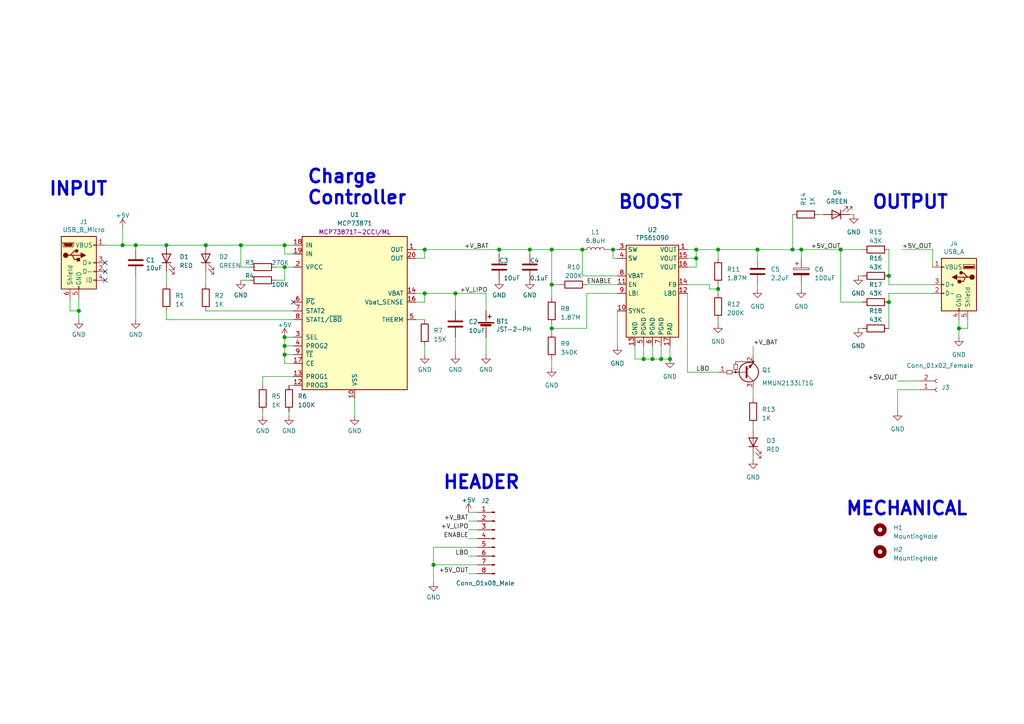
<source format=kicad_sch>
(kicad_sch (version 20210406) (generator eeschema)
  (paper "A4")
  (title_block (title "Adafruit PowerBoost 1000C") (date "2021-06-14") (comment 1 "Drawn by: Hemal Chevli(@hemalchevli)"))
  (lib_symbols
    (symbol "Adafruit-PowerBoost-1000C-rescue:Conn_01x08_Male-Connector" (pin_names (offset 1.016) hide)
      (property "Reference" "J" (at 0 10.16 0))
      (property "Value" "Conn_01x08_Male-Connector" (at 0 -12.7 0))
      (symbol "Conn_01x08_Male-Connector_1_1"
        (rectangle (start 0.8636 -10.033) (end 0 -10.287) (stroke (width 0.1524)) (fill (type outline)))
        (rectangle (start 0.8636 -7.493) (end 0 -7.747) (stroke (width 0.1524)) (fill (type outline)))
        (rectangle (start 0.8636 -4.953) (end 0 -5.207) (stroke (width 0.1524)) (fill (type outline)))
        (rectangle (start 0.8636 -2.413) (end 0 -2.667) (stroke (width 0.1524)) (fill (type outline)))
        (rectangle (start 0.8636 0.127) (end 0 -0.127) (stroke (width 0.1524)) (fill (type outline)))
        (rectangle (start 0.8636 2.667) (end 0 2.413) (stroke (width 0.1524)) (fill (type outline)))
        (rectangle (start 0.8636 5.207) (end 0 4.953) (stroke (width 0.1524)) (fill (type outline)))
        (rectangle (start 0.8636 7.747) (end 0 7.493) (stroke (width 0.1524)) (fill (type outline)))
        (polyline (pts (xy 1.27 -10.16) (xy 0.8636 -10.16)) (stroke (width 0.1524)))
        (polyline (pts (xy 1.27 -7.62) (xy 0.8636 -7.62)) (stroke (width 0.1524)))
        (polyline (pts (xy 1.27 -5.08) (xy 0.8636 -5.08)) (stroke (width 0.1524)))
        (polyline (pts (xy 1.27 -2.54) (xy 0.8636 -2.54)) (stroke (width 0.1524)))
        (polyline (pts (xy 1.27 0) (xy 0.8636 0)) (stroke (width 0.1524)))
        (polyline (pts (xy 1.27 2.54) (xy 0.8636 2.54)) (stroke (width 0.1524)))
        (polyline (pts (xy 1.27 5.08) (xy 0.8636 5.08)) (stroke (width 0.1524)))
        (polyline (pts (xy 1.27 7.62) (xy 0.8636 7.62)) (stroke (width 0.1524)))
        (pin passive line (at 5.08 7.62 180) (length 3.81) (name "Pin_1") (number "1"))
        (pin passive line (at 5.08 5.08 180) (length 3.81) (name "Pin_2") (number "2"))
        (pin passive line (at 5.08 2.54 180) (length 3.81) (name "Pin_3") (number "3"))
        (pin passive line (at 5.08 0 180) (length 3.81) (name "Pin_4") (number "4"))
        (pin passive line (at 5.08 -2.54 180) (length 3.81) (name "Pin_5") (number "5"))
        (pin passive line (at 5.08 -5.08 180) (length 3.81) (name "Pin_6") (number "6"))
        (pin passive line (at 5.08 -7.62 180) (length 3.81) (name "Pin_7") (number "7"))
        (pin passive line (at 5.08 -10.16 180) (length 3.81) (name "Pin_8") (number "8"))
      )
    )
    (symbol "Adafruit-PowerBoost-1000C-rescue:TPS61090-Regulator_Switching"
      (property "Reference" "U" (at -7.62 15.24 0))
      (property "Value" "TPS61090-Regulator_Switching" (at 1.27 15.24 0))
      (symbol "TPS61090-Regulator_Switching_0_0"
        (pin power_out line (at 10.16 12.7 180) (length 2.54) (name "VOUT") (number "1"))
        (pin input line (at -10.16 -5.08 0) (length 2.54) (name "SYNC") (number "10"))
        (pin input line (at -10.16 2.54 0) (length 2.54) (name "EN") (number "11"))
        (pin open_collector line (at 10.16 0 180) (length 2.54) (name "LBO") (number "12"))
        (pin power_in line (at -5.08 -15.24 90) (length 2.54) (name "GND") (number "13"))
        (pin input line (at 10.16 2.54 180) (length 2.54) (name "FB") (number "14"))
        (pin passive line (at 10.16 10.16 180) (length 2.54) (name "VOUT") (number "15"))
        (pin passive line (at 10.16 7.62 180) (length 2.54) (name "VOUT") (number "16"))
        (pin power_in line (at 5.08 -15.24 90) (length 2.54) (name "PAD") (number "17"))
        (pin no_connect line (at 10.16 -5.08 180) (length 2.54) hide (name "NC") (number "2"))
        (pin passive line (at -10.16 12.7 0) (length 2.54) (name "SW") (number "3"))
        (pin passive line (at -10.16 10.16 0) (length 2.54) (name "SW") (number "4"))
        (pin power_in line (at -2.54 -15.24 90) (length 2.54) (name "PGND") (number "5"))
        (pin power_in line (at 0 -15.24 90) (length 2.54) (name "PGND") (number "6"))
        (pin power_in line (at 2.54 -15.24 90) (length 2.54) (name "PGND") (number "7"))
        (pin power_in line (at -10.16 5.08 0) (length 2.54) (name "VBAT") (number "8"))
        (pin input line (at -10.16 0 0) (length 2.54) (name "LBI") (number "9"))
      )
      (symbol "TPS61090-Regulator_Switching_0_1"
        (rectangle (start -7.62 13.97) (end 7.62 -12.7) (stroke (width 0.254)) (fill (type background)))
      )
    )
    (symbol "Adafruit-PowerBoost-1000C-rescue:USB_A-Connector" (pin_names (offset 1.016))
      (property "Reference" "J" (at -5.08 11.43 0))
      (property "Value" "USB_A-Connector" (at -5.08 8.89 0))
      (symbol "USB_A-Connector_0_1"
        (circle (center -3.81 2.159) (radius 0.635) (stroke (width 0.254)) (fill (type outline)))
        (circle (center -0.635 3.429) (radius 0.381) (stroke (width 0.254)) (fill (type outline)))
        (rectangle (start -1.27 4.572) (end -4.572 5.842))
        (rectangle (start -0.127 -7.62) (end 0.127 -6.858))
        (rectangle (start 5.08 -2.667) (end 4.318 -2.413))
        (rectangle (start 5.08 -0.127) (end 4.318 0.127))
        (rectangle (start 5.08 4.953) (end 4.318 5.207))
        (rectangle (start -1.524 4.826) (end -4.318 5.334) (fill (type outline)))
        (rectangle (start 0.254 1.27) (end -0.508 0.508) (stroke (width 0.254)) (fill (type outline)))
        (rectangle (start -5.08 -7.62) (end 5.08 7.62) (stroke (width 0.254)) (fill (type background)))
        (polyline (pts (xy -3.175 2.159) (xy -2.54 2.159) (xy -1.27 3.429) (xy -0.635 3.429)) (stroke (width 0.254)))
        (polyline (pts (xy -2.54 2.159) (xy -1.905 2.159) (xy -1.27 0.889) (xy 0 0.889)) (stroke (width 0.254)))
        (polyline (pts (xy 0.635 2.794) (xy 0.635 1.524) (xy 1.905 2.159) (xy 0.635 2.794)) (stroke (width 0.254)) (fill (type outline)))
      )
      (symbol "USB_A-Connector_1_1"
        (polyline (pts (xy -1.905 2.159) (xy 0.635 2.159)) (stroke (width 0.254)))
        (pin power_in line (at 7.62 5.08 180) (length 2.54) (name "VBUS") (number "1"))
        (pin passive line (at 7.62 -2.54 180) (length 2.54) (name "D-") (number "2"))
        (pin passive line (at 7.62 0 180) (length 2.54) (name "D+") (number "3"))
        (pin power_in line (at 0 -10.16 90) (length 2.54) (name "GND") (number "4"))
        (pin passive line (at -2.54 -10.16 90) (length 2.54) (name "Shield") (number "5"))
      )
    )
    (symbol "Adafruit-PowerBoost-1000C-rescue:USB_B_Micro-Connector" (pin_names (offset 1.016))
      (property "Reference" "J" (at -5.08 11.43 0))
      (property "Value" "USB_B_Micro-Connector" (at -5.08 8.89 0))
      (symbol "USB_B_Micro-Connector_0_1"
        (circle (center -3.81 2.159) (radius 0.635) (stroke (width 0.254)) (fill (type outline)))
        (circle (center -0.635 3.429) (radius 0.381) (stroke (width 0.254)) (fill (type outline)))
        (rectangle (start -0.127 -7.62) (end 0.127 -6.858))
        (rectangle (start 5.08 -5.207) (end 4.318 -4.953))
        (rectangle (start 5.08 -2.667) (end 4.318 -2.413))
        (rectangle (start 5.08 -0.127) (end 4.318 0.127))
        (rectangle (start 5.08 4.953) (end 4.318 5.207))
        (rectangle (start 0.254 1.27) (end -0.508 0.508) (stroke (width 0.254)) (fill (type outline)))
        (rectangle (start -5.08 -7.62) (end 5.08 7.62) (stroke (width 0.254)) (fill (type background)))
        (polyline (pts (xy -1.905 2.159) (xy 0.635 2.159)) (stroke (width 0.254)))
        (polyline (pts (xy -3.175 2.159) (xy -2.54 2.159) (xy -1.27 3.429) (xy -0.635 3.429)) (stroke (width 0.254)))
        (polyline (pts (xy -2.54 2.159) (xy -1.905 2.159) (xy -1.27 0.889) (xy 0 0.889)) (stroke (width 0.254)))
        (polyline (pts (xy -4.699 5.842) (xy -4.699 5.588) (xy -4.445 4.826) (xy -4.445 4.572) (xy -1.651 4.572) (xy -1.651 4.826) (xy -1.397 5.588) (xy -1.397 5.842) (xy -4.699 5.842)))
        (polyline (pts (xy 0.635 2.794) (xy 0.635 1.524) (xy 1.905 2.159) (xy 0.635 2.794)) (stroke (width 0.254)) (fill (type outline)))
        (polyline (pts (xy -4.318 5.588) (xy -1.778 5.588) (xy -2.032 4.826) (xy -4.064 4.826) (xy -4.318 5.588)) (fill (type outline)))
      )
      (symbol "USB_B_Micro-Connector_1_1"
        (pin power_out line (at 7.62 5.08 180) (length 2.54) (name "VBUS") (number "1"))
        (pin passive line (at 7.62 -2.54 180) (length 2.54) (name "D-") (number "2"))
        (pin passive line (at 7.62 0 180) (length 2.54) (name "D+") (number "3"))
        (pin passive line (at 7.62 -5.08 180) (length 2.54) (name "ID") (number "4"))
        (pin power_out line (at 0 -10.16 90) (length 2.54) (name "GND") (number "5"))
        (pin passive line (at -2.54 -10.16 90) (length 2.54) (name "Shield") (number "6"))
      )
    )
    (symbol "Adafruit-PowerBoost-1000C:MCP73871" (pin_names (offset 1.016))
      (property "Reference" "U" (at -15.24 25.4 0))
      (property "Value" "MCP73871" (at 5.08 -21.59 0))
      (property "manf#" "MCP73871T-2CCI/ML" (at 0 0 0))
      (symbol "MCP73871_0_1"
        (rectangle (start -15.24 24.13) (end 15.24 -20.32) (stroke (width 0.254)) (fill (type background)))
      )
      (symbol "MCP73871_1_1"
        (pin power_out line (at 17.78 20.32 180) (length 2.54) (name "OUT") (number "1"))
        (pin power_in line (at 0 -22.86 90) (length 2.54) (name "VSS") (number "10"))
        (pin passive line (at 0 -22.86 90) (length 2.54) hide (name "VSS") (number "11"))
        (pin bidirectional line (at -17.78 -19.05 0) (length 2.54) (name "PROG3") (number "12"))
        (pin bidirectional line (at -17.78 -16.51 0) (length 2.54) (name "PROG1") (number "13"))
        (pin power_out line (at 17.78 7.62 180) (length 2.54) (name "VBAT") (number "14"))
        (pin passive line (at 17.78 7.62 180) (length 2.54) hide (name "VBAT") (number "15"))
        (pin input line (at 17.78 5.08 180) (length 2.54) (name "Vbat_SENSE") (number "16"))
        (pin input line (at -17.78 -12.7 0) (length 2.54) (name "CE") (number "17"))
        (pin power_in line (at -17.78 21.59 0) (length 2.54) (name "IN") (number "18"))
        (pin passive line (at -17.78 19.05 0) (length 2.54) (name "IN") (number "19"))
        (pin input line (at -17.78 15.24 0) (length 2.54) (name "VPCC") (number "2"))
        (pin passive line (at 17.78 17.78 180) (length 2.54) (name "OUT") (number "20"))
        (pin passive line (at 0 -22.86 90) (length 2.54) hide (name "VSS") (number "21"))
        (pin input line (at -17.78 -5.08 0) (length 2.54) (name "SEL") (number "3"))
        (pin input line (at -17.78 -7.62 0) (length 2.54) (name "PROG2") (number "4"))
        (pin bidirectional line (at 17.78 0 180) (length 2.54) (name "THERM") (number "5"))
        (pin open_collector line (at -17.78 5.08 0) (length 2.54) (name "~PG~") (number "6"))
        (pin open_collector line (at -17.78 2.54 0) (length 2.54) (name "STAT2") (number "7"))
        (pin open_collector line (at -17.78 0 0) (length 2.54) (name "STAT1/~LBO~") (number "8"))
        (pin input line (at -17.78 -10.16 0) (length 2.54) (name "~TE") (number "9"))
      )
    )
    (symbol "Adafruit-PowerBoost-1000C:MMUN2133LT1G" (pin_names hide)
      (property "Reference" "Q" (at 3.81 1.27 0))
      (property "Value" "MMUN2133LT1G" (at 3.81 -1.27 0))
      (symbol "MMUN2133LT1G_0_1"
        (circle (center -3.81 0) (radius 0.254) (fill (type outline)))
        (circle (center 1.27 -3.048) (radius 0.254) (fill (type outline)))
        (rectangle (start -6.35 0.508) (end -4.826 -0.508))
        (rectangle (start -4.318 -2.286) (end -3.302 -0.762))
        (polyline (pts (xy -3.81 -0.762) (xy -3.81 0)))
        (polyline (pts (xy -0.762 0) (xy -4.826 0)))
        (polyline (pts (xy -0.635 1.524) (xy -0.635 -1.524)) (stroke (width 0.508)))
        (polyline (pts (xy -3.81 -2.286) (xy -3.81 -3.048) (xy 1.27 -3.048)))
      )
      (symbol "MMUN2133LT1G_1_1"
        (circle (center 0 0) (radius 2.8194) (stroke (width 0.254)))
        (polyline (pts (xy -0.635 0.635) (xy 1.27 2.54)))
        (polyline (pts (xy -0.635 -0.635) (xy 1.27 -2.54) (xy 1.27 -2.54)))
        (polyline (pts (xy 0 -1.778) (xy 0.508 -1.27) (xy 1.016 -2.286) (xy 0 -1.778) (xy 0 -1.778)) (fill (type outline)))
        (pin input line (at -8.89 0 0) (length 2.54) (name "B") (number "1"))
        (pin passive line (at 1.27 -5.08 90) (length 2.54) (name "E") (number "2"))
        (pin passive line (at 1.27 5.08 270) (length 2.54) (name "C") (number "3"))
      )
    )
    (symbol "Asset-cache:GND" (power) (pin_names (offset 0))
      (property "Value" "GND" (at 0 -3.81 0))
      (symbol "GND_0_1"
        (polyline (pts (xy 0 0) (xy 0 -1.27) (xy 1.27 -1.27) (xy 0 -2.54) (xy -1.27 -1.27) (xy 0 -1.27)))
      )
      (symbol "GND_1_1"
        (pin power_in line (at 0 0 270) (length 0) hide (name "GND") (number "1"))
      )
    )
    (symbol "Asset-cache:L" (pin_numbers hide) (pin_names (offset 1.016) hide)
      (property "Reference" "L" (at -1.27 0 90))
      (property "Value" "L" (at 1.905 0 90))
      (symbol "L_0_1"
        (arc (start 0 -2.54) (end 0 -1.27) (radius (at 0 -1.905) (length 0.635) (angles -89.9 89.9)))
        (arc (start 0 -1.27) (end 0 0) (radius (at 0 -0.635) (length 0.635) (angles -89.9 89.9)))
        (arc (start 0 0) (end 0 1.27) (radius (at 0 0.635) (length 0.635) (angles -89.9 89.9)))
        (arc (start 0 1.27) (end 0 2.54) (radius (at 0 1.905) (length 0.635) (angles -89.9 89.9)))
      )
      (symbol "L_1_1"
        (pin passive line (at 0 3.81 270) (length 1.27) (name "1") (number "1"))
        (pin passive line (at 0 -3.81 90) (length 1.27) (name "2") (number "2"))
      )
    )
    (symbol "Asset-cache:R" (pin_numbers hide) (pin_names (offset 0))
      (property "Reference" "R" (at 2.032 0 90))
      (property "Value" "R" (at 0 0 90))
      (symbol "R_0_1"
        (rectangle (start -1.016 -2.54) (end 1.016 2.54) (stroke (width 0.254)))
      )
      (symbol "R_1_1"
        (pin passive line (at 0 3.81 270) (length 1.27) (name "~") (number "1"))
        (pin passive line (at 0 -3.81 90) (length 1.27) (name "~") (number "2"))
      )
    )
    (symbol "Connector:Conn_01x02_Female" (pin_names (offset 1.016) hide)
      (property "Reference" "J" (at 0 2.54 0))
      (property "Value" "Conn_01x02_Female" (at 0 -5.08 0))
      (symbol "Conn_01x02_Female_1_1"
        (arc (start 0 -2.032) (end 0 -3.048) (radius (at 0 -2.54) (length 0.508) (angles 90.1 -90.1)) (stroke (width 0.1524)))
        (arc (start 0 0.508) (end 0 -0.508) (radius (at 0 0) (length 0.508) (angles 90.1 -90.1)) (stroke (width 0.1524)))
        (polyline (pts (xy -1.27 -2.54) (xy -0.508 -2.54)) (stroke (width 0.1524)))
        (polyline (pts (xy -1.27 0) (xy -0.508 0)) (stroke (width 0.1524)))
        (pin passive line (at -5.08 0 0) (length 3.81) (name "Pin_1") (number "1"))
        (pin passive line (at -5.08 -2.54 0) (length 3.81) (name "Pin_2") (number "2"))
      )
    )
    (symbol "Device:Battery_Cell" (pin_numbers hide) (pin_names (offset 0) hide)
      (property "Reference" "BT" (at 2.54 2.54 0))
      (property "Value" "Battery_Cell" (at 2.54 0 0))
      (symbol "Battery_Cell_0_1"
        (rectangle (start -2.286 1.778) (end 2.286 1.524) (fill (type outline)))
        (rectangle (start -1.5748 1.1938) (end 1.4732 0.6858) (fill (type outline)))
        (polyline (pts (xy 0 0.762) (xy 0 0)))
        (polyline (pts (xy 0 1.778) (xy 0 2.54)))
        (polyline (pts (xy 0.508 3.429) (xy 1.524 3.429)) (stroke (width 0.254)))
        (polyline (pts (xy 1.016 3.937) (xy 1.016 2.921)) (stroke (width 0.254)))
      )
      (symbol "Battery_Cell_1_1"
        (pin passive line (at 0 5.08 270) (length 2.54) (name "+") (number "1"))
        (pin passive line (at 0 -2.54 90) (length 2.54) (name "-") (number "2"))
      )
    )
    (symbol "Device:C" (pin_numbers hide) (pin_names (offset 0.254))
      (property "Reference" "C" (at 0.635 2.54 0))
      (property "Value" "C" (at 0.635 -2.54 0))
      (symbol "C_0_1"
        (polyline (pts (xy -2.032 -0.762) (xy 2.032 -0.762)) (stroke (width 0.508)))
        (polyline (pts (xy -2.032 0.762) (xy 2.032 0.762)) (stroke (width 0.508)))
      )
      (symbol "C_1_1"
        (pin passive line (at 0 3.81 270) (length 2.794) (name "~") (number "1"))
        (pin passive line (at 0 -3.81 90) (length 2.794) (name "~") (number "2"))
      )
    )
    (symbol "Device:C_Polarized" (pin_numbers hide) (pin_names (offset 0.254))
      (property "Reference" "C" (at 0.635 2.54 0))
      (property "Value" "C_Polarized" (at 0.635 -2.54 0))
      (symbol "C_Polarized_0_1"
        (rectangle (start -2.286 0.508) (end 2.286 1.016))
        (rectangle (start 2.286 -0.508) (end -2.286 -1.016) (fill (type outline)))
        (polyline (pts (xy -1.778 2.286) (xy -0.762 2.286)))
        (polyline (pts (xy -1.27 2.794) (xy -1.27 1.778)))
      )
      (symbol "C_Polarized_1_1"
        (pin passive line (at 0 3.81 270) (length 2.794) (name "~") (number "1"))
        (pin passive line (at 0 -3.81 90) (length 2.794) (name "~") (number "2"))
      )
    )
    (symbol "Device:LED" (pin_numbers hide) (pin_names (offset 1.016) hide)
      (property "Reference" "D" (at 0 2.54 0))
      (property "Value" "LED" (at 0 -2.54 0))
      (symbol "LED_0_1"
        (polyline (pts (xy -1.27 -1.27) (xy -1.27 1.27)) (stroke (width 0.254)))
        (polyline (pts (xy -1.27 0) (xy 1.27 0)))
        (polyline (pts (xy 1.27 -1.27) (xy 1.27 1.27) (xy -1.27 0) (xy 1.27 -1.27)) (stroke (width 0.254)))
        (polyline (pts (xy -3.048 -0.762) (xy -4.572 -2.286) (xy -3.81 -2.286) (xy -4.572 -2.286) (xy -4.572 -1.524)))
        (polyline (pts (xy -1.778 -0.762) (xy -3.302 -2.286) (xy -2.54 -2.286) (xy -3.302 -2.286) (xy -3.302 -1.524)))
      )
      (symbol "LED_1_1"
        (pin passive line (at -3.81 0 0) (length 2.54) (name "K") (number "1"))
        (pin passive line (at 3.81 0 180) (length 2.54) (name "A") (number "2"))
      )
    )
    (symbol "Device:R" (pin_numbers hide) (pin_names (offset 0))
      (property "Reference" "R" (at 2.032 0 90))
      (property "Value" "R" (at 0 0 90))
      (symbol "R_0_1"
        (rectangle (start -1.016 -2.54) (end 1.016 2.54) (stroke (width 0.254)))
      )
      (symbol "R_1_1"
        (pin passive line (at 0 3.81 270) (length 1.27) (name "~") (number "1"))
        (pin passive line (at 0 -3.81 90) (length 1.27) (name "~") (number "2"))
      )
    )
    (symbol "Mechanical:MountingHole" (pin_names (offset 1.016))
      (property "Reference" "H" (at 0 5.08 0))
      (property "Value" "MountingHole" (at 0 3.175 0))
      (symbol "MountingHole_0_1"
        (circle (center 0 0) (radius 1.27) (stroke (width 1.27)))
      )
    )
    (symbol "power:+5V" (power) (pin_names (offset 0))
      (property "Value" "+5V" (at 0 3.556 0))
      (symbol "+5V_0_1"
        (polyline (pts (xy -0.762 1.27) (xy 0 2.54)))
        (polyline (pts (xy 0 0) (xy 0 2.54)))
        (polyline (pts (xy 0 2.54) (xy 0.762 1.27)))
      )
      (symbol "+5V_1_1"
        (pin power_in line (at 0 0 90) (length 0) hide (name "+5V") (number "1"))
      )
    )
    (symbol "power:GND" (power) (pin_names (offset 0))
      (property "Value" "GND" (at 0 -3.81 0))
      (symbol "GND_0_1"
        (polyline (pts (xy 0 0) (xy 0 -1.27) (xy 1.27 -1.27) (xy 0 -2.54) (xy -1.27 -1.27) (xy 0 -1.27)))
      )
      (symbol "GND_1_1"
        (pin power_in line (at 0 0 270) (length 0) hide (name "GND") (number "1"))
      )
    )
  )
  (junction (at 22.86 90.17) (diameter 1.016))
  (junction (at 35.56 71.12) (diameter 1.016))
  (junction (at 39.37 71.12) (diameter 1.016))
  (junction (at 48.26 71.12) (diameter 1.016))
  (junction (at 59.69 71.12) (diameter 1.016))
  (junction (at 69.85 71.12) (diameter 1.016))
  (junction (at 82.55 71.12) (diameter 1.016))
  (junction (at 82.55 77.47) (diameter 1.016))
  (junction (at 82.55 97.79) (diameter 1.016))
  (junction (at 82.55 100.33) (diameter 1.016))
  (junction (at 82.55 102.87) (diameter 1.016))
  (junction (at 123.19 72.39) (diameter 1.016))
  (junction (at 123.19 85.09) (diameter 1.016))
  (junction (at 125.73 163.83) (diameter 1.016))
  (junction (at 132.08 85.09) (diameter 1.016))
  (junction (at 144.78 72.39) (diameter 1.016))
  (junction (at 153.67 72.39) (diameter 1.016))
  (junction (at 160.02 72.39) (diameter 1.016))
  (junction (at 160.02 82.55) (diameter 1.016))
  (junction (at 160.02 95.25) (diameter 1.016))
  (junction (at 168.91 72.39) (diameter 1.016))
  (junction (at 177.8 72.39) (diameter 1.016))
  (junction (at 186.69 104.14) (diameter 1.016))
  (junction (at 189.23 104.14) (diameter 1.016))
  (junction (at 191.77 104.14) (diameter 1.016))
  (junction (at 194.31 104.14) (diameter 1.016))
  (junction (at 201.93 72.39) (diameter 1.016))
  (junction (at 201.93 74.93) (diameter 1.016))
  (junction (at 208.28 72.39) (diameter 1.016))
  (junction (at 208.28 83.82) (diameter 1.016))
  (junction (at 219.71 72.39) (diameter 1.016))
  (junction (at 229.87 72.39) (diameter 1.016))
  (junction (at 232.41 72.39) (diameter 1.016))
  (junction (at 243.84 72.39) (diameter 1.016))
  (junction (at 257.81 80.01) (diameter 1.016))
  (junction (at 257.81 87.63) (diameter 1.016))
  (junction (at 278.13 95.25) (diameter 1.016))
  (no_connect (at 30.48 76.2))
  (no_connect (at 30.48 78.74))
  (no_connect (at 30.48 81.28))
  (no_connect (at 85.09 87.63))
  (wire (pts (xy 20.32 86.36) (xy 20.32 90.17)))
  (wire (pts (xy 20.32 90.17) (xy 22.86 90.17)))
  (wire (pts (xy 22.86 86.36) (xy 22.86 90.17)))
  (wire (pts (xy 22.86 90.17) (xy 22.86 92.71)))
  (wire (pts (xy 30.48 71.12) (xy 35.56 71.12)))
  (wire (pts (xy 35.56 66.04) (xy 35.56 71.12)))
  (wire (pts (xy 35.56 71.12) (xy 39.37 71.12)))
  (wire (pts (xy 39.37 71.12) (xy 39.37 72.39)))
  (wire (pts (xy 39.37 71.12) (xy 48.26 71.12)))
  (wire (pts (xy 39.37 80.01) (xy 39.37 92.71)))
  (wire (pts (xy 48.26 71.12) (xy 59.69 71.12)))
  (wire (pts (xy 48.26 78.74) (xy 48.26 82.55)))
  (wire (pts (xy 48.26 92.71) (xy 48.26 90.17)))
  (wire (pts (xy 59.69 71.12) (xy 69.85 71.12)))
  (wire (pts (xy 59.69 78.74) (xy 59.69 82.55)))
  (wire (pts (xy 69.85 71.12) (xy 69.85 77.47)))
  (wire (pts (xy 69.85 71.12) (xy 82.55 71.12)))
  (wire (pts (xy 69.85 77.47) (xy 72.39 77.47)))
  (wire (pts (xy 69.85 81.28) (xy 72.39 81.28)))
  (wire (pts (xy 76.2 109.22) (xy 85.09 109.22)))
  (wire (pts (xy 76.2 111.76) (xy 76.2 109.22)))
  (wire (pts (xy 76.2 120.65) (xy 76.2 119.38)))
  (wire (pts (xy 80.01 77.47) (xy 82.55 77.47)))
  (wire (pts (xy 80.01 81.28) (xy 82.55 81.28)))
  (wire (pts (xy 82.55 71.12) (xy 85.09 71.12)))
  (wire (pts (xy 82.55 73.66) (xy 82.55 71.12)))
  (wire (pts (xy 82.55 77.47) (xy 85.09 77.47)))
  (wire (pts (xy 82.55 81.28) (xy 82.55 77.47)))
  (wire (pts (xy 82.55 97.79) (xy 82.55 100.33)))
  (wire (pts (xy 82.55 97.79) (xy 85.09 97.79)))
  (wire (pts (xy 82.55 100.33) (xy 82.55 102.87)))
  (wire (pts (xy 82.55 100.33) (xy 85.09 100.33)))
  (wire (pts (xy 82.55 102.87) (xy 82.55 105.41)))
  (wire (pts (xy 82.55 102.87) (xy 85.09 102.87)))
  (wire (pts (xy 82.55 105.41) (xy 85.09 105.41)))
  (wire (pts (xy 83.82 111.76) (xy 85.09 111.76)))
  (wire (pts (xy 83.82 120.65) (xy 83.82 119.38)))
  (wire (pts (xy 85.09 73.66) (xy 82.55 73.66)))
  (wire (pts (xy 85.09 90.17) (xy 59.69 90.17)))
  (wire (pts (xy 85.09 92.71) (xy 48.26 92.71)))
  (wire (pts (xy 102.87 120.65) (xy 102.87 115.57)))
  (wire (pts (xy 120.65 72.39) (xy 123.19 72.39)))
  (wire (pts (xy 120.65 74.93) (xy 123.19 74.93)))
  (wire (pts (xy 120.65 85.09) (xy 123.19 85.09)))
  (wire (pts (xy 120.65 87.63) (xy 123.19 87.63)))
  (wire (pts (xy 120.65 92.71) (xy 123.19 92.71)))
  (wire (pts (xy 123.19 72.39) (xy 144.78 72.39)))
  (wire (pts (xy 123.19 74.93) (xy 123.19 72.39)))
  (wire (pts (xy 123.19 85.09) (xy 132.08 85.09)))
  (wire (pts (xy 123.19 87.63) (xy 123.19 85.09)))
  (wire (pts (xy 123.19 100.33) (xy 123.19 102.87)))
  (wire (pts (xy 125.73 158.75) (xy 125.73 163.83)))
  (wire (pts (xy 125.73 158.75) (xy 138.43 158.75)))
  (wire (pts (xy 125.73 163.83) (xy 125.73 168.91)))
  (wire (pts (xy 125.73 163.83) (xy 138.43 163.83)))
  (wire (pts (xy 132.08 85.09) (xy 132.08 90.17)))
  (wire (pts (xy 132.08 85.09) (xy 140.97 85.09)))
  (wire (pts (xy 132.08 97.79) (xy 132.08 102.87)))
  (wire (pts (xy 135.89 148.59) (xy 138.43 148.59)))
  (wire (pts (xy 135.89 151.13) (xy 138.43 151.13)))
  (wire (pts (xy 135.89 153.67) (xy 138.43 153.67)))
  (wire (pts (xy 135.89 156.21) (xy 138.43 156.21)))
  (wire (pts (xy 135.89 161.29) (xy 138.43 161.29)))
  (wire (pts (xy 135.89 166.37) (xy 138.43 166.37)))
  (wire (pts (xy 140.97 85.09) (xy 140.97 90.17)))
  (wire (pts (xy 140.97 97.79) (xy 140.97 102.87)))
  (wire (pts (xy 144.78 72.39) (xy 144.78 73.66)))
  (wire (pts (xy 144.78 72.39) (xy 153.67 72.39)))
  (wire (pts (xy 153.67 72.39) (xy 153.67 73.66)))
  (wire (pts (xy 153.67 72.39) (xy 160.02 72.39)))
  (wire (pts (xy 160.02 72.39) (xy 168.91 72.39)))
  (wire (pts (xy 160.02 82.55) (xy 160.02 72.39)))
  (wire (pts (xy 160.02 82.55) (xy 160.02 86.36)))
  (wire (pts (xy 160.02 82.55) (xy 162.56 82.55)))
  (wire (pts (xy 160.02 93.98) (xy 160.02 95.25)))
  (wire (pts (xy 160.02 95.25) (xy 160.02 96.52)))
  (wire (pts (xy 160.02 95.25) (xy 170.18 95.25)))
  (wire (pts (xy 160.02 106.68) (xy 160.02 104.14)))
  (wire (pts (xy 168.91 80.01) (xy 168.91 72.39)))
  (wire (pts (xy 170.18 82.55) (xy 179.07 82.55)))
  (wire (pts (xy 170.18 85.09) (xy 179.07 85.09)))
  (wire (pts (xy 170.18 95.25) (xy 170.18 85.09)))
  (wire (pts (xy 176.53 72.39) (xy 177.8 72.39)))
  (wire (pts (xy 177.8 72.39) (xy 179.07 72.39)))
  (wire (pts (xy 177.8 74.93) (xy 177.8 72.39)))
  (wire (pts (xy 179.07 74.93) (xy 177.8 74.93)))
  (wire (pts (xy 179.07 80.01) (xy 168.91 80.01)))
  (wire (pts (xy 179.07 90.17) (xy 179.07 100.33)))
  (wire (pts (xy 184.15 100.33) (xy 184.15 104.14)))
  (wire (pts (xy 184.15 104.14) (xy 186.69 104.14)))
  (wire (pts (xy 186.69 100.33) (xy 186.69 104.14)))
  (wire (pts (xy 186.69 104.14) (xy 189.23 104.14)))
  (wire (pts (xy 189.23 100.33) (xy 189.23 104.14)))
  (wire (pts (xy 189.23 104.14) (xy 191.77 104.14)))
  (wire (pts (xy 191.77 100.33) (xy 191.77 104.14)))
  (wire (pts (xy 191.77 104.14) (xy 194.31 104.14)))
  (wire (pts (xy 194.31 104.14) (xy 194.31 100.33)))
  (wire (pts (xy 199.39 72.39) (xy 201.93 72.39)))
  (wire (pts (xy 199.39 74.93) (xy 201.93 74.93)))
  (wire (pts (xy 199.39 77.47) (xy 201.93 77.47)))
  (wire (pts (xy 199.39 82.55) (xy 205.74 82.55)))
  (wire (pts (xy 199.39 85.09) (xy 199.39 107.95)))
  (wire (pts (xy 199.39 107.95) (xy 208.28 107.95)))
  (wire (pts (xy 201.93 72.39) (xy 208.28 72.39)))
  (wire (pts (xy 201.93 74.93) (xy 201.93 72.39)))
  (wire (pts (xy 201.93 77.47) (xy 201.93 74.93)))
  (wire (pts (xy 205.74 82.55) (xy 205.74 83.82)))
  (wire (pts (xy 205.74 83.82) (xy 208.28 83.82)))
  (wire (pts (xy 208.28 72.39) (xy 208.28 74.93)))
  (wire (pts (xy 208.28 72.39) (xy 219.71 72.39)))
  (wire (pts (xy 208.28 82.55) (xy 208.28 83.82)))
  (wire (pts (xy 208.28 83.82) (xy 208.28 85.09)))
  (wire (pts (xy 208.28 93.98) (xy 208.28 92.71)))
  (wire (pts (xy 218.44 100.33) (xy 218.44 102.87)))
  (wire (pts (xy 218.44 115.57) (xy 218.44 113.03)))
  (wire (pts (xy 218.44 124.46) (xy 218.44 123.19)))
  (wire (pts (xy 218.44 133.35) (xy 218.44 132.08)))
  (wire (pts (xy 219.71 72.39) (xy 219.71 74.93)))
  (wire (pts (xy 219.71 72.39) (xy 229.87 72.39)))
  (wire (pts (xy 219.71 83.82) (xy 219.71 82.55)))
  (wire (pts (xy 229.87 62.23) (xy 229.87 72.39)))
  (wire (pts (xy 229.87 72.39) (xy 232.41 72.39)))
  (wire (pts (xy 232.41 72.39) (xy 232.41 74.93)))
  (wire (pts (xy 232.41 72.39) (xy 243.84 72.39)))
  (wire (pts (xy 232.41 83.82) (xy 232.41 82.55)))
  (wire (pts (xy 237.49 62.23) (xy 238.76 62.23)))
  (wire (pts (xy 243.84 72.39) (xy 243.84 87.63)))
  (wire (pts (xy 243.84 72.39) (xy 250.19 72.39)))
  (wire (pts (xy 243.84 87.63) (xy 250.19 87.63)))
  (wire (pts (xy 247.65 62.23) (xy 246.38 62.23)))
  (wire (pts (xy 248.92 80.01) (xy 250.19 80.01)))
  (wire (pts (xy 248.92 95.25) (xy 250.19 95.25)))
  (wire (pts (xy 257.81 72.39) (xy 257.81 80.01)))
  (wire (pts (xy 257.81 80.01) (xy 257.81 82.55)))
  (wire (pts (xy 257.81 82.55) (xy 270.51 82.55)))
  (wire (pts (xy 257.81 85.09) (xy 270.51 85.09)))
  (wire (pts (xy 257.81 87.63) (xy 257.81 85.09)))
  (wire (pts (xy 257.81 87.63) (xy 257.81 95.25)))
  (wire (pts (xy 260.35 110.49) (xy 266.7 110.49)))
  (wire (pts (xy 260.35 113.03) (xy 260.35 119.38)))
  (wire (pts (xy 261.62 72.39) (xy 270.51 72.39)))
  (wire (pts (xy 266.7 113.03) (xy 260.35 113.03)))
  (wire (pts (xy 270.51 77.47) (xy 270.51 72.39)))
  (wire (pts (xy 278.13 92.71) (xy 278.13 95.25)))
  (wire (pts (xy 278.13 95.25) (xy 278.13 97.79)))
  (wire (pts (xy 280.67 92.71) (xy 280.67 95.25)))
  (wire (pts (xy 280.67 95.25) (xy 278.13 95.25)))
  (text "INPUT" (at 13.97 57.15 0) (effects (font (size 3.81 3.81) (thickness 0.762) bold) (justify left bottom)))
  (text "Charge \nController" (at 88.9 59.69 0) (effects (font (size 3.81 3.81) (thickness 0.762) bold) (justify left bottom)))
  (text "HEADER" (at 128.27 142.24 0) (effects (font (size 3.81 3.81) (thickness 0.762) bold) (justify left bottom)))
  (text "BOOST" (at 179.07 60.96 0) (effects (font (size 3.81 3.81) (thickness 0.762) bold) (justify left bottom)))
  (text "MECHANICAL" (at 245.11 149.86 0) (effects (font (size 3.81 3.81) (thickness 0.762) bold) (justify left bottom)))
  (text "OUTPUT" (at 252.73 60.96 0) (effects (font (size 3.81 3.81) (thickness 0.762) bold) (justify left bottom)))
  (label "+V_LIPO" (at 133.35 85.09 0))
  (label "+V_BAT" (at 134.62 72.39 0))
  (label "+V_BAT" (at 135.89 151.13 180))
  (label "+V_LIPO" (at 135.89 153.67 180))
  (label "ENABLE" (at 135.89 156.21 180))
  (label "LBO" (at 135.89 161.29 180))
  (label "+5V_OUT" (at 135.89 166.37 180))
  (label "ENABLE" (at 170.18 82.55 0))
  (label "LBO" (at 201.93 107.95 0))
  (label "+V_BAT" (at 218.44 100.33 0))
  (label "+5V_OUT" (at 243.84 72.39 180))
  (label "+5V_OUT" (at 260.35 110.49 180))
  (label "+5V_OUT" (at 261.62 72.39 0))
  (symbol (lib_id "power:+5V") (at 35.56 66.04 0) (unit 1)
    (property "Reference" "#PWR02" (effects hide))
    (property "Value" "+5V" (at 35.56 62.4926 0))
  )
  (symbol (lib_id "power:+5V") (at 82.55 97.79 0) (unit 1)
    (property "Reference" "#PWR06" (effects hide))
    (property "Value" "+5V" (at 82.55 94.2426 0))
  )
  (symbol (lib_id "power:+5V") (at 135.89 148.59 0) (unit 1)
    (property "Reference" "#PWR012" (effects hide))
    (property "Value" "+5V" (at 135.89 145.0426 0))
  )
  (symbol (lib_id "power:GND") (at 22.86 92.71 0) (unit 1)
    (property "Reference" "#PWR01" (effects hide))
    (property "Value" "GND" (at 22.86 97.0344 0))
  )
  (symbol (lib_id "power:GND") (at 39.37 92.71 0) (unit 1)
    (property "Reference" "#PWR03" (effects hide))
    (property "Value" "GND" (at 39.37 97.0344 0))
  )
  (symbol (lib_id "power:GND") (at 69.85 81.28 0) (unit 1)
    (property "Reference" "#PWR04" (effects hide))
    (property "Value" "GND" (at 69.85 85.6044 0))
  )
  (symbol (lib_id "power:GND") (at 76.2 120.65 0) (unit 1)
    (property "Reference" "#PWR05" (effects hide))
    (property "Value" "GND" (at 76.2 124.9744 0))
  )
  (symbol (lib_id "power:GND") (at 83.82 120.65 0) (unit 1)
    (property "Reference" "#PWR07" (effects hide))
    (property "Value" "GND" (at 83.82 124.9744 0))
  )
  (symbol (lib_id "power:GND") (at 102.87 120.65 0) (unit 1)
    (property "Reference" "#PWR08" (effects hide))
    (property "Value" "GND" (at 102.87 124.9744 0))
  )
  (symbol (lib_id "power:GND") (at 123.19 102.87 0) (unit 1)
    (property "Reference" "#PWR09" (effects hide))
    (property "Value" "GND" (at 123.19 107.1944 0))
  )
  (symbol (lib_id "power:GND") (at 125.73 168.91 0) (unit 1)
    (property "Reference" "#PWR010" (effects hide))
    (property "Value" "GND" (at 125.73 173.2344 0))
  )
  (symbol (lib_id "power:GND") (at 132.08 102.87 0) (unit 1)
    (property "Reference" "#PWR011" (effects hide))
    (property "Value" "GND" (at 132.08 107.1944 0))
  )
  (symbol (lib_id "power:GND") (at 140.97 102.87 0) (unit 1)
    (property "Reference" "#PWR013" (effects hide))
    (property "Value" "GND" (at 140.97 107.1944 0))
  )
  (symbol (lib_id "power:GND") (at 144.78 81.28 0) (unit 1)
    (property "Reference" "#PWR014" (effects hide))
    (property "Value" "GND" (at 144.78 85.6044 0))
  )
  (symbol (lib_id "power:GND") (at 153.67 81.28 0) (unit 1)
    (property "Reference" "#PWR015" (effects hide))
    (property "Value" "GND" (at 153.67 85.6044 0))
  )
  (symbol (lib_id "Asset-cache:GND") (at 160.02 106.68 0) (unit 1)
    (property "Reference" "#PWR016" (effects hide))
    (property "Value" "GND" (at 160.02 111.76 0))
  )
  (symbol (lib_id "Asset-cache:GND") (at 179.07 100.33 0) (unit 1)
    (property "Reference" "#PWR017" (effects hide))
    (property "Value" "GND" (at 179.07 105.41 0))
  )
  (symbol (lib_id "Asset-cache:GND") (at 194.31 104.14 0) (unit 1)
    (property "Reference" "#PWR018" (effects hide))
    (property "Value" "GND" (at 194.31 109.22 0))
  )
  (symbol (lib_id "Asset-cache:GND") (at 208.28 93.98 0) (unit 1)
    (property "Reference" "#PWR019" (effects hide))
    (property "Value" "GND" (at 208.28 99.06 0))
  )
  (symbol (lib_id "Asset-cache:GND") (at 218.44 133.35 0) (unit 1)
    (property "Reference" "#PWR021" (effects hide))
    (property "Value" "GND" (at 218.44 138.43 0))
  )
  (symbol (lib_id "Asset-cache:GND") (at 219.71 83.82 0) (unit 1)
    (property "Reference" "#PWR020" (effects hide))
    (property "Value" "GND" (at 219.71 88.9 0))
  )
  (symbol (lib_id "Asset-cache:GND") (at 232.41 83.82 0) (unit 1)
    (property "Reference" "#PWR022" (effects hide))
    (property "Value" "GND" (at 232.41 88.9 0))
  )
  (symbol (lib_id "Asset-cache:GND") (at 247.65 62.23 0) (unit 1)
    (property "Reference" "#PWR023" (effects hide))
    (property "Value" "GND" (at 247.65 67.31 0))
  )
  (symbol (lib_id "Asset-cache:GND") (at 248.92 80.01 0) (unit 1)
    (property "Reference" "#PWR024" (effects hide))
    (property "Value" "GND" (at 248.92 85.09 0))
  )
  (symbol (lib_id "Asset-cache:GND") (at 248.92 95.25 0) (unit 1)
    (property "Reference" "#PWR025" (effects hide))
    (property "Value" "GND" (at 248.92 100.33 0))
  )
  (symbol (lib_id "Asset-cache:GND") (at 260.35 119.38 0) (unit 1)
    (property "Reference" "#PWR026" (effects hide))
    (property "Value" "GND" (at 260.35 124.46 0))
  )
  (symbol (lib_id "Asset-cache:GND") (at 278.13 97.79 0) (unit 1)
    (property "Reference" "#PWR027" (effects hide))
    (property "Value" "GND" (at 278.13 102.87 0))
  )
  (symbol (lib_id "Asset-cache:L") (at 172.72 72.39 90) (unit 1)
    (property "Reference" "L1" (at 172.72 67.31 90))
    (property "Value" "6.8uH" (at 172.72 69.85 90))
    (property "Footprint" "Adafruit-PowerBoost-1000C:IND_VLC5045" (effects hide))
    (property "manf#" "VLC5045T-6R8M" (effects hide))
  )
  (symbol (lib_id "Mechanical:MountingHole") (at 255.27 153.67 0) (unit 1) (in_bom no)
    (property "Reference" "H1" (at 259.08 153.0349 0) (effects (justify left)))
    (property "Value" "MountingHole" (at 259.08 155.5749 0) (effects (justify left)))
    (property "Footprint" "Adafruit-PowerBoost-1000C:MountingHole_2.5mm_Pad" (effects hide))
  )
  (symbol (lib_id "Mechanical:MountingHole") (at 255.27 160.02 0) (unit 1) (in_bom no)
    (property "Reference" "H2" (at 259.08 159.3849 0) (effects (justify left)))
    (property "Value" "MountingHole" (at 259.08 161.9249 0) (effects (justify left)))
    (property "Footprint" "Adafruit-PowerBoost-1000C:MountingHole_2.5mm_Pad" (effects hide))
  )
  (symbol (lib_id "Asset-cache:R") (at 48.26 86.36 0) (unit 1)
    (property "Reference" "R1" (at 50.8 85.7249 0) (effects (justify left)))
    (property "Value" "1K" (at 50.8 88.2649 0) (effects (justify left)))
    (property "Footprint" "Adafruit-PowerBoost-1000C:R_0805_2012Metric" (effects hide))
    (property "manf#" "AC0805FR-071KL" (effects hide))
  )
  (symbol (lib_id "Asset-cache:R") (at 59.69 86.36 0) (unit 1)
    (property "Reference" "R2" (at 62.23 85.7249 0) (effects (justify left)))
    (property "Value" "1K" (at 62.23 88.2649 0) (effects (justify left)))
    (property "Footprint" "Adafruit-PowerBoost-1000C:R_0805_2012Metric" (effects hide))
    (property "manf#" "AC0805FR-071KL" (effects hide))
  )
  (symbol (lib_id "Asset-cache:R") (at 76.2 77.47 270) (unit 1)
    (property "Reference" "R3" (at 72.39 76.2 90))
    (property "Value" "270K" (at 81.28 76.2 90))
    (property "Footprint" "Adafruit-PowerBoost-1000C:R_0805_2012Metric" (effects hide))
    (property "manf#" "AC0805FR-07270KL" (effects hide))
  )
  (symbol (lib_id "Asset-cache:R") (at 76.2 81.28 270) (unit 1)
    (property "Reference" "R4" (at 72.39 80.01 90))
    (property "Value" "100K" (at 81.28 82.55 90))
    (property "Footprint" "Adafruit-PowerBoost-1000C:R_0805_2012Metric" (effects hide))
    (property "manf#" "AC0805FR-07100KL" (effects hide))
  )
  (symbol (lib_id "Asset-cache:R") (at 76.2 115.57 0) (unit 1)
    (property "Reference" "R5" (at 78.74 114.9349 0) (effects (justify left)))
    (property "Value" "1K" (at 78.74 117.4749 0) (effects (justify left)))
    (property "Footprint" "Adafruit-PowerBoost-1000C:R_0805_2012Metric" (effects hide))
    (property "manf#" "AC0805FR-071KL" (effects hide))
  )
  (symbol (lib_id "Asset-cache:R") (at 83.82 115.57 0) (unit 1)
    (property "Reference" "R6" (at 86.36 114.9349 0) (effects (justify left)))
    (property "Value" "100K" (at 86.36 117.4749 0) (effects (justify left)))
    (property "Footprint" "Adafruit-PowerBoost-1000C:R_0805_2012Metric" (effects hide))
    (property "manf#" "AC0805FR-07100KL" (effects hide))
  )
  (symbol (lib_id "Asset-cache:R") (at 123.19 96.52 0) (unit 1)
    (property "Reference" "R7" (at 125.73 95.8849 0) (effects (justify left)))
    (property "Value" "15K" (at 125.73 98.4249 0) (effects (justify left)))
    (property "Footprint" "Adafruit-PowerBoost-1000C:R_0805_2012Metric" (effects hide))
    (property "manf#" "AC0805FR-0715KL" (effects hide))
  )
  (symbol (lib_id "Asset-cache:R") (at 160.02 90.17 0) (unit 1)
    (property "Reference" "R8" (at 162.56 89.5349 0) (effects (justify left)))
    (property "Value" "1.87M" (at 162.56 92.0749 0) (effects (justify left)))
    (property "Footprint" "Adafruit-PowerBoost-1000C:R_0805_2012Metric" (effects hide))
    (property "manf#" "RMCF0805FT1M87" (effects hide))
  )
  (symbol (lib_id "Asset-cache:R") (at 160.02 100.33 0) (unit 1)
    (property "Reference" "R9" (at 162.56 99.6949 0) (effects (justify left)))
    (property "Value" "340K" (at 162.56 102.2349 0) (effects (justify left)))
    (property "Footprint" "Adafruit-PowerBoost-1000C:R_0805_2012Metric" (effects hide))
    (property "manf#" "ERJ-6ENF3403V" (effects hide))
  )
  (symbol (lib_id "Asset-cache:R") (at 166.37 82.55 90) (unit 1)
    (property "Reference" "R10" (at 166.37 77.47 90))
    (property "Value" "200K" (at 166.37 80.01 90))
    (property "Footprint" "Adafruit-PowerBoost-1000C:R_0805_2012Metric" (effects hide))
    (property "manf#" "AC0805FR-07200KL" (effects hide))
  )
  (symbol (lib_id "Asset-cache:R") (at 208.28 78.74 0) (unit 1)
    (property "Reference" "R11" (at 210.82 78.1049 0) (effects (justify left)))
    (property "Value" "1.87M" (at 210.82 80.6449 0) (effects (justify left)))
    (property "Footprint" "Adafruit-PowerBoost-1000C:R_0805_2012Metric" (effects hide))
    (property "manf#" "RMCF0805FT1M87" (effects hide))
  )
  (symbol (lib_id "Asset-cache:R") (at 208.28 88.9 0) (unit 1)
    (property "Reference" "R12" (at 210.82 88.2649 0) (effects (justify left)))
    (property "Value" "200K" (at 210.82 90.8049 0) (effects (justify left)))
    (property "Footprint" "Adafruit-PowerBoost-1000C:R_0805_2012Metric" (effects hide))
    (property "manf#" "AC0805FR-07200KL" (effects hide))
  )
  (symbol (lib_id "Asset-cache:R") (at 218.44 119.38 0) (unit 1)
    (property "Reference" "R13" (at 220.98 118.7449 0) (effects (justify left)))
    (property "Value" "1K" (at 220.98 121.2849 0) (effects (justify left)))
    (property "Footprint" "Adafruit-PowerBoost-1000C:R_0805_2012Metric" (effects hide))
    (property "manf#" "AC0805FR-071KL" (effects hide))
  )
  (symbol (lib_id "Asset-cache:R") (at 233.68 62.23 90) (unit 1)
    (property "Reference" "R14" (at 233.0449 59.69 0) (effects (justify left)))
    (property "Value" "1K" (at 235.5849 59.69 0) (effects (justify left)))
    (property "Footprint" "Adafruit-PowerBoost-1000C:R_0805_2012Metric" (effects hide))
    (property "manf#" "AC0805FR-071KL" (effects hide))
  )
  (symbol (lib_id "Device:R") (at 254 72.39 90) (unit 1)
    (property "Reference" "R15" (at 254 67.31 90))
    (property "Value" "43K" (at 254 69.85 90))
    (property "Footprint" "Adafruit-PowerBoost-1000C:R_0805_2012Metric" (effects hide))
    (property "manf#" "AC0805FR-0743KL" (effects hide))
  )
  (symbol (lib_id "Device:R") (at 254 80.01 90) (unit 1)
    (property "Reference" "R16" (at 254 74.93 90))
    (property "Value" "43K" (at 254 77.47 90))
    (property "Footprint" "Adafruit-PowerBoost-1000C:R_0805_2012Metric" (effects hide))
    (property "manf#" "AC0805FR-0743KL" (effects hide))
  )
  (symbol (lib_id "Device:R") (at 254 87.63 90) (unit 1)
    (property "Reference" "R17" (at 254 82.55 90))
    (property "Value" "43K" (at 254 85.09 90))
    (property "Footprint" "Adafruit-PowerBoost-1000C:R_0805_2012Metric" (effects hide))
    (property "manf#" "AC0805FR-0743KL" (effects hide))
  )
  (symbol (lib_id "Device:R") (at 254 95.25 90) (unit 1)
    (property "Reference" "R18" (at 254 90.17 90))
    (property "Value" "43K" (at 254 92.71 90))
    (property "Footprint" "Adafruit-PowerBoost-1000C:R_0805_2012Metric" (effects hide))
    (property "manf#" "AC0805FR-0743KL" (effects hide))
  )
  (symbol (lib_id "Connector:Conn_01x02_Female") (at 271.78 113.03 0) (mirror x) (unit 1)
    (property "Reference" "J3" (at 273.05 112.3951 0) (effects (justify left)))
    (property "Value" "Conn_01x02_Female" (at 262.89 106.0451 0) (effects (justify left)))
    (property "Footprint" "Adafruit-PowerBoost-1000C:JST_PH_S2B-PH-K_1x02_P2.00mm_Horizontal" (effects hide))
    (property "manf#" "S2B-PH-K-S(LF)(SN)" (effects hide))
  )
  (symbol (lib_id "Device:LED") (at 48.26 74.93 90) (unit 1)
    (property "Reference" "D1" (at 52.07 74.4854 90) (effects (justify right)))
    (property "Value" "RED" (at 52.07 77.0254 90) (effects (justify right)))
    (property "Footprint" "Adafruit-PowerBoost-1000C:LED_0805_2012Metric" (effects hide))
    (property "manf#" "150080SS75000" (effects hide))
  )
  (symbol (lib_id "Device:LED") (at 59.69 74.93 90) (unit 1)
    (property "Reference" "D2" (at 63.5 74.4854 90) (effects (justify right)))
    (property "Value" "GREEN" (at 63.5 77.0254 90) (effects (justify right)))
    (property "Footprint" "Adafruit-PowerBoost-1000C:LED_0805_2012Metric" (effects hide))
    (property "manf#" "150080VS75000" (effects hide))
  )
  (symbol (lib_id "Device:LED") (at 218.44 128.27 90) (unit 1)
    (property "Reference" "D3" (at 222.25 127.8254 90) (effects (justify right)))
    (property "Value" "RED" (at 222.25 130.3654 90) (effects (justify right)))
    (property "Footprint" "Adafruit-PowerBoost-1000C:LED_0805_2012Metric" (effects hide))
    (property "manf#" "150080SS75000" (effects hide))
  )
  (symbol (lib_id "Device:LED") (at 242.57 62.23 180) (unit 1)
    (property "Reference" "D4" (at 242.7605 55.88 0))
    (property "Value" "GREEN" (at 242.7605 58.42 0))
    (property "Footprint" "Adafruit-PowerBoost-1000C:LED_0805_2012Metric" (effects hide))
    (property "manf#" "150080VS75000" (effects hide))
  )
  (symbol (lib_id "Device:C") (at 39.37 76.2 0) (unit 1)
    (property "Reference" "C1" (at 42.2911 75.4391 0) (effects (justify left)))
    (property "Value" "10uF" (at 42.2911 77.7378 0) (effects (justify left)))
    (property "Footprint" "Adafruit-PowerBoost-1000C:C_0805_2012Metric" (effects hide))
    (property "manf#" "CC0805KFX7R6BB106" (effects hide))
  )
  (symbol (lib_id "Device:C") (at 132.08 93.98 0) (unit 1)
    (property "Reference" "C2" (at 135.89 93.3449 0) (effects (justify left)))
    (property "Value" "10uF" (at 135.89 95.8849 0) (effects (justify left)))
    (property "Footprint" "Adafruit-PowerBoost-1000C:C_0805_2012Metric" (effects hide))
    (property "manf#" "CC0805KFX7R6BB106" (effects hide))
  )
  (symbol (lib_id "Device:Battery_Cell") (at 140.97 95.25 0) (unit 1)
    (property "Reference" "BT1" (at 143.8911 93.2191 0) (effects (justify left)))
    (property "Value" "JST-2-PH" (at 143.8911 95.5178 0) (effects (justify left)))
    (property "Footprint" "Adafruit-PowerBoost-1000C:JST_PH_S2B-PH-K_1x02_P2.00mm_Horizontal" (effects hide))
    (property "manf#" "S2B-PH-K-S(LF)(SN)" (effects hide))
  )
  (symbol (lib_id "Device:C") (at 144.78 77.47 0) (unit 1)
    (property "Reference" "C3" (at 144.78 75.5649 0) (effects (justify left)))
    (property "Value" "10uF" (at 146.05 80.6449 0) (effects (justify left)))
    (property "Footprint" "Adafruit-PowerBoost-1000C:C_0805_2012Metric" (effects hide))
    (property "manf#" "CC0805KFX7R6BB106" (effects hide))
  )
  (symbol (lib_id "Device:C") (at 153.67 77.47 0) (unit 1)
    (property "Reference" "C4" (at 153.67 75.5649 0) (effects (justify left)))
    (property "Value" "0.1uF" (at 153.67 80.6449 0) (effects (justify left)))
    (property "Footprint" "Adafruit-PowerBoost-1000C:C_0805_2012Metric" (effects hide))
    (property "manf#" "CC0805MRX7R8BB104" (effects hide))
  )
  (symbol (lib_id "Device:C") (at 219.71 78.74 0) (unit 1)
    (property "Reference" "C5" (at 223.52 78.1049 0) (effects (justify left)))
    (property "Value" "2.2uF" (at 223.52 80.6449 0) (effects (justify left)))
    (property "Footprint" "Adafruit-PowerBoost-1000C:C_0805_2012Metric" (effects hide))
    (property "manf#" "CC0805MKX7R6BB225" (effects hide))
  )
  (symbol (lib_id "Device:C_Polarized") (at 232.41 78.74 0) (unit 1)
    (property "Reference" "C6" (at 236.22 78.1049 0) (effects (justify left)))
    (property "Value" "100uF" (at 236.22 80.6449 0) (effects (justify left)))
    (property "Footprint" "Adafruit-PowerBoost-1000C:C_1210_3225Metric" (effects hide))
    (property "manf#" "LMK325ABJ107MM-T" (effects hide))
  )
  (symbol (lib_id "Adafruit-PowerBoost-1000C-rescue:Conn_01x08_Male-Connector") (at 143.51 156.21 0) (mirror y) (unit 1)
    (property "Reference" "J2" (at 140.7668 145.2626 0))
    (property "Value" "Conn_01x08_Male" (at 140.7668 169.164 0))
    (property "Footprint" "Adafruit-PowerBoost-1000C:PinHeader_1x08_P2.54mm_Vertical" (effects hide))
    (property "manf#" "61300811121" (effects hide))
  )
  (symbol (lib_id "Adafruit-PowerBoost-1000C:MMUN2133LT1G") (at 217.17 107.95 0) (mirror x) (unit 1)
    (property "Reference" "Q1" (at 220.98 107.3149 0) (effects (justify left)))
    (property "Value" "MMUN2133LT1G" (at 220.98 111.1249 0) (effects (justify left)))
    (property "Footprint" "Adafruit-PowerBoost-1000C:SOT-23" (effects hide))
    (property "manf#" "MMUN2133LT1G" (effects hide))
  )
  (symbol (lib_id "Adafruit-PowerBoost-1000C-rescue:USB_B_Micro-Connector") (at 22.86 76.2 0) (unit 1)
    (property "Reference" "J1" (at 24.3078 64.3382 0))
    (property "Value" "USB_B_Micro" (at 24.3078 66.6496 0))
    (property "Footprint" "Adafruit-PowerBoost-1000C:USB_Micro-B_Wuerth_629105150521" (effects hide))
    (property "manf#" "629105150521" (effects hide))
  )
  (symbol (lib_id "Adafruit-PowerBoost-1000C-rescue:USB_A-Connector") (at 278.13 82.55 0) (mirror y) (unit 1)
    (property "Reference" "J4" (at 276.6822 70.6882 0))
    (property "Value" "USB_A" (at 276.6822 72.9996 0))
    (property "Footprint" "Adafruit-PowerBoost-1000C:USB_A_CONNFLY_DS1095-WNR0" (effects hide))
    (property "Datasheet" " ~" (effects hide))
    (property "manf#" "DS1095-WNR0" (effects hide))
  )
  (symbol (lib_id "Adafruit-PowerBoost-1000C-rescue:TPS61090-Regulator_Switching") (at 189.23 85.09 0) (unit 1)
    (property "Reference" "U2" (at 189.23 66.675 0))
    (property "Value" "TPS61090" (at 189.23 68.9864 0))
    (property "Footprint" "Adafruit-PowerBoost-1000C:Texas_S-PVQFN-N16_EP2.7x2.7mm_ThermalVias" (effects hide))
    (property "Datasheet" "http://www.ti.com/lit/ds/symlink/tps61090.pdf" (effects hide))
    (property "manf#" "TPS61090RSAR" (effects hide))
  )
  (symbol (lib_id "Adafruit-PowerBoost-1000C:MCP73871") (at 102.87 92.71 0) (unit 1)
    (property "Reference" "U1" (at 102.87 62.23 0))
    (property "Value" "MCP73871" (at 102.87 64.77 0))
    (property "Footprint" "Adafruit-PowerBoost-1000C:QFN-20-1EP_4x4mm_P0.5mm_EP2.5x2.5mm" (effects hide))
    (property "Datasheet" "http://www.mouser.com/ds/2/268/22090a-52174.pdf" (effects hide))
    (property "manf#" "MCP73871T-2CCI/ML" (at 102.87 67.31 0))
  )
)
</source>
